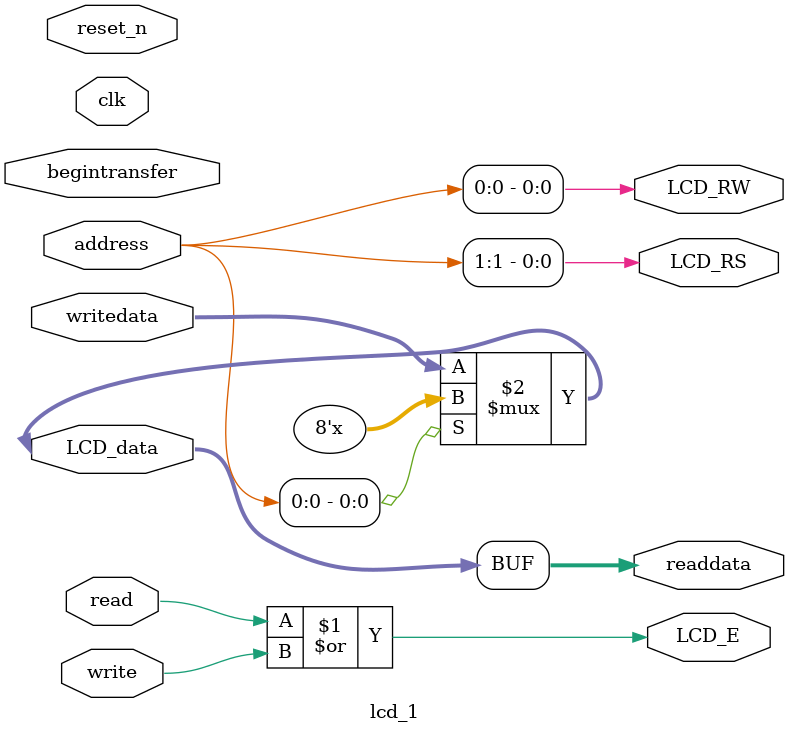
<source format=v>
module lcd_1 (
              address,
              begintransfer,
              clk,
              read,
              reset_n,
              write,
              writedata,
              LCD_E,
              LCD_RS,
              LCD_RW,
              LCD_data,
              readdata
           )
;
  output           LCD_E;
  output           LCD_RS;
  output           LCD_RW;
  inout   [  7: 0] LCD_data;
  output  [  7: 0] readdata;
  input   [  1: 0] address;
  input            begintransfer;
  input            clk;
  input            read;
  input            reset_n;
  input            write;
  input   [  7: 0] writedata;
  wire             LCD_E;
  wire             LCD_RS;
  wire             LCD_RW;
  wire    [  7: 0] LCD_data;
  wire    [  7: 0] readdata;
  assign LCD_RW = address[0];
  assign LCD_RS = address[1];
  assign LCD_E = read | write;
  assign LCD_data = (address[0]) ? 8'bz : writedata;
  assign readdata = LCD_data;
endmodule
</source>
